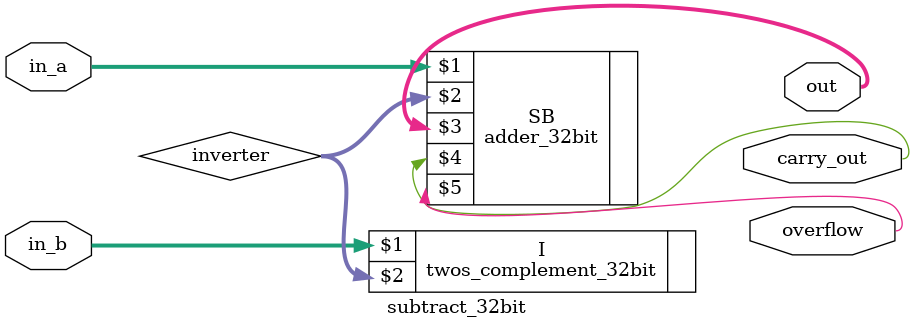
<source format=v>
`ifndef __SUBTRACT_32BIT__
`define __SUBTRACT_32BIT__

`include "adder_32bit.v"
`include "twos_complement_32bit.v"

module subtract_32bit (in_a, in_b, out, carry_out, overflow);
    input  [31:0] in_a, in_b;
    output [31:0] out;
    output        carry_out, overflow;
    wire   [31:0] inverter;

    twos_complement_32bit I(in_b, inverter);
    adder_32bit SB(in_a, inverter, out, carry_out, overflow);

endmodule // subtract_32bit

`endif//__SUBTRACT_32BIT__

</source>
